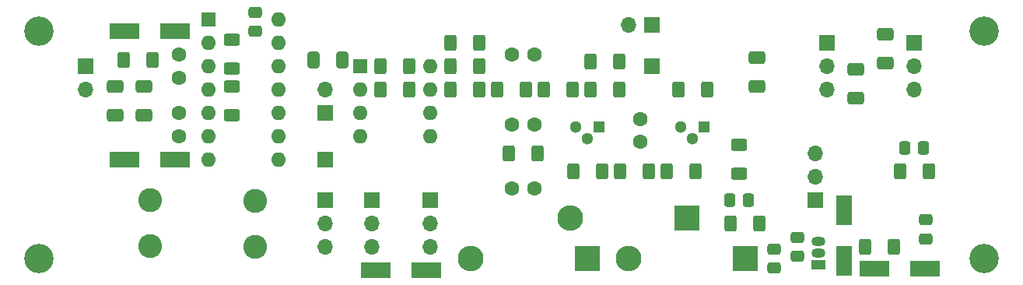
<source format=gbr>
%TF.GenerationSoftware,KiCad,Pcbnew,(6.0.10)*%
%TF.CreationDate,2023-04-08T13:13:14+03:00*%
%TF.ProjectId,DelSol_Voice,44656c53-6f6c-45f5-966f-6963652e6b69,rev?*%
%TF.SameCoordinates,Original*%
%TF.FileFunction,Soldermask,Bot*%
%TF.FilePolarity,Negative*%
%FSLAX46Y46*%
G04 Gerber Fmt 4.6, Leading zero omitted, Abs format (unit mm)*
G04 Created by KiCad (PCBNEW (6.0.10)) date 2023-04-08 13:13:14*
%MOMM*%
%LPD*%
G01*
G04 APERTURE LIST*
G04 Aperture macros list*
%AMRoundRect*
0 Rectangle with rounded corners*
0 $1 Rounding radius*
0 $2 $3 $4 $5 $6 $7 $8 $9 X,Y pos of 4 corners*
0 Add a 4 corners polygon primitive as box body*
4,1,4,$2,$3,$4,$5,$6,$7,$8,$9,$2,$3,0*
0 Add four circle primitives for the rounded corners*
1,1,$1+$1,$2,$3*
1,1,$1+$1,$4,$5*
1,1,$1+$1,$6,$7*
1,1,$1+$1,$8,$9*
0 Add four rect primitives between the rounded corners*
20,1,$1+$1,$2,$3,$4,$5,0*
20,1,$1+$1,$4,$5,$6,$7,0*
20,1,$1+$1,$6,$7,$8,$9,0*
20,1,$1+$1,$8,$9,$2,$3,0*%
G04 Aperture macros list end*
%ADD10C,1.600000*%
%ADD11C,3.200000*%
%ADD12R,1.700000X1.700000*%
%ADD13O,1.700000X1.700000*%
%ADD14R,1.300000X1.300000*%
%ADD15C,1.300000*%
%ADD16R,2.800000X2.800000*%
%ADD17O,2.800000X2.800000*%
%ADD18C,2.600000*%
%ADD19R,1.600000X1.600000*%
%ADD20O,1.600000X1.600000*%
%ADD21R,1.500000X1.050000*%
%ADD22O,1.500000X1.050000*%
%ADD23RoundRect,0.250000X-0.400000X-0.625000X0.400000X-0.625000X0.400000X0.625000X-0.400000X0.625000X0*%
%ADD24R,1.700000X3.300000*%
%ADD25RoundRect,0.250000X-0.337500X-0.475000X0.337500X-0.475000X0.337500X0.475000X-0.337500X0.475000X0*%
%ADD26RoundRect,0.250000X0.400000X0.625000X-0.400000X0.625000X-0.400000X-0.625000X0.400000X-0.625000X0*%
%ADD27RoundRect,0.250000X-0.475000X0.337500X-0.475000X-0.337500X0.475000X-0.337500X0.475000X0.337500X0*%
%ADD28RoundRect,0.250000X-0.650000X0.412500X-0.650000X-0.412500X0.650000X-0.412500X0.650000X0.412500X0*%
%ADD29RoundRect,0.250000X0.625000X-0.400000X0.625000X0.400000X-0.625000X0.400000X-0.625000X-0.400000X0*%
%ADD30RoundRect,0.250000X-0.625000X0.400000X-0.625000X-0.400000X0.625000X-0.400000X0.625000X0.400000X0*%
%ADD31R,3.300000X1.700000*%
%ADD32RoundRect,0.250000X0.475000X-0.337500X0.475000X0.337500X-0.475000X0.337500X-0.475000X-0.337500X0*%
%ADD33RoundRect,0.250000X-0.412500X-0.650000X0.412500X-0.650000X0.412500X0.650000X-0.412500X0.650000X0*%
%ADD34RoundRect,0.250000X0.337500X0.475000X-0.337500X0.475000X-0.337500X-0.475000X0.337500X-0.475000X0*%
G04 APERTURE END LIST*
D10*
X160655000Y-111760000D03*
X160655000Y-109260000D03*
X146705000Y-102235000D03*
X149205000Y-102235000D03*
D11*
X198120000Y-124460000D03*
D12*
X131445000Y-118110000D03*
D13*
X131445000Y-120650000D03*
X131445000Y-123190000D03*
D14*
X167640000Y-110130000D03*
D15*
X166370000Y-111400000D03*
X165100000Y-110130000D03*
D14*
X156210000Y-110130000D03*
D15*
X154940000Y-111400000D03*
X153670000Y-110130000D03*
D10*
X110490000Y-111105000D03*
X110490000Y-108605000D03*
D11*
X95250000Y-124460000D03*
X198120000Y-99695000D03*
D12*
X100330000Y-103500000D03*
D13*
X100330000Y-106040000D03*
D10*
X146705000Y-116840000D03*
X149205000Y-116840000D03*
D16*
X154940000Y-124460000D03*
D17*
X142240000Y-124460000D03*
D18*
X118745000Y-118150000D03*
X118745000Y-123150000D03*
D12*
X137795000Y-118125000D03*
D13*
X137795000Y-120665000D03*
X137795000Y-123205000D03*
D12*
X126365000Y-113665000D03*
D11*
X95250000Y-99695000D03*
D19*
X130185000Y-103515000D03*
D20*
X130185000Y-106055000D03*
X130185000Y-108595000D03*
X130185000Y-111135000D03*
X137805000Y-111135000D03*
X137805000Y-108595000D03*
X137805000Y-106055000D03*
X137805000Y-103515000D03*
D19*
X113675000Y-98420000D03*
D20*
X113675000Y-100960000D03*
X113675000Y-103500000D03*
X113675000Y-106040000D03*
X113675000Y-108580000D03*
X113675000Y-111120000D03*
X113675000Y-113660000D03*
X121295000Y-113660000D03*
X121295000Y-111120000D03*
X121295000Y-108580000D03*
X121295000Y-106040000D03*
X121295000Y-103500000D03*
X121295000Y-100960000D03*
X121295000Y-98420000D03*
D12*
X161925000Y-99060000D03*
D13*
X159385000Y-99060000D03*
D16*
X165735000Y-120015000D03*
D17*
X153035000Y-120015000D03*
D12*
X190500000Y-100980000D03*
D13*
X190500000Y-103520000D03*
X190500000Y-106060000D03*
D18*
X107315000Y-118110000D03*
X107315000Y-123110000D03*
D12*
X161925000Y-103505000D03*
X126365000Y-108590000D03*
D13*
X126365000Y-106050000D03*
D12*
X179705000Y-118095000D03*
D13*
X179705000Y-115555000D03*
X179705000Y-113015000D03*
D16*
X172085000Y-124460000D03*
D17*
X159385000Y-124460000D03*
D12*
X126365000Y-118125000D03*
D13*
X126365000Y-120665000D03*
X126365000Y-123205000D03*
D12*
X180975000Y-100965000D03*
D13*
X180975000Y-103505000D03*
X180975000Y-106045000D03*
D10*
X146705000Y-109855000D03*
X149205000Y-109855000D03*
X110490000Y-104755000D03*
X110490000Y-102255000D03*
D21*
X180065000Y-125095000D03*
D22*
X180065000Y-123825000D03*
X180065000Y-122555000D03*
D23*
X145135000Y-106045000D03*
X148235000Y-106045000D03*
D24*
X182880000Y-119170000D03*
X182880000Y-124670000D03*
D25*
X189462500Y-112395000D03*
X191537500Y-112395000D03*
D23*
X132435000Y-103505000D03*
X135535000Y-103505000D03*
X140055000Y-100965000D03*
X143155000Y-100965000D03*
X164820000Y-106045000D03*
X167920000Y-106045000D03*
D26*
X188240000Y-123190000D03*
X185140000Y-123190000D03*
D27*
X177800000Y-122152500D03*
X177800000Y-124227500D03*
D23*
X146405000Y-113030000D03*
X149505000Y-113030000D03*
X158470000Y-114935000D03*
X161570000Y-114935000D03*
D28*
X173355000Y-102577500D03*
X173355000Y-105702500D03*
D29*
X116205000Y-108865000D03*
X116205000Y-105765000D03*
D23*
X153390000Y-114935000D03*
X156490000Y-114935000D03*
X163550000Y-114935000D03*
X166650000Y-114935000D03*
X155295000Y-103035000D03*
X158395000Y-103035000D03*
D30*
X116205000Y-100685000D03*
X116205000Y-103785000D03*
D26*
X173635000Y-120650000D03*
X170535000Y-120650000D03*
D23*
X132435000Y-106045000D03*
X135535000Y-106045000D03*
D28*
X103505000Y-105752500D03*
X103505000Y-108877500D03*
D31*
X131870000Y-125730000D03*
X137370000Y-125730000D03*
D23*
X155295000Y-106045000D03*
X158395000Y-106045000D03*
X188950000Y-114935000D03*
X192050000Y-114935000D03*
D27*
X118735000Y-97657500D03*
X118735000Y-99732500D03*
D32*
X191770000Y-122322500D03*
X191770000Y-120247500D03*
D30*
X171450000Y-112115000D03*
X171450000Y-115215000D03*
D28*
X184150000Y-103847500D03*
X184150000Y-106972500D03*
D31*
X191645000Y-125565000D03*
X186145000Y-125565000D03*
D28*
X106680000Y-105752500D03*
X106680000Y-108877500D03*
D33*
X125095000Y-102870000D03*
X128220000Y-102870000D03*
D26*
X143155000Y-103505000D03*
X140055000Y-103505000D03*
D23*
X104495000Y-102870000D03*
X107595000Y-102870000D03*
D26*
X143155000Y-106045000D03*
X140055000Y-106045000D03*
D31*
X110065000Y-113665000D03*
X104565000Y-113665000D03*
D34*
X172487500Y-118110000D03*
X170412500Y-118110000D03*
D23*
X150215000Y-106045000D03*
X153315000Y-106045000D03*
D28*
X187325000Y-100037500D03*
X187325000Y-103162500D03*
D32*
X175260000Y-125497500D03*
X175260000Y-123422500D03*
D31*
X110065000Y-99695000D03*
X104565000Y-99695000D03*
M02*

</source>
